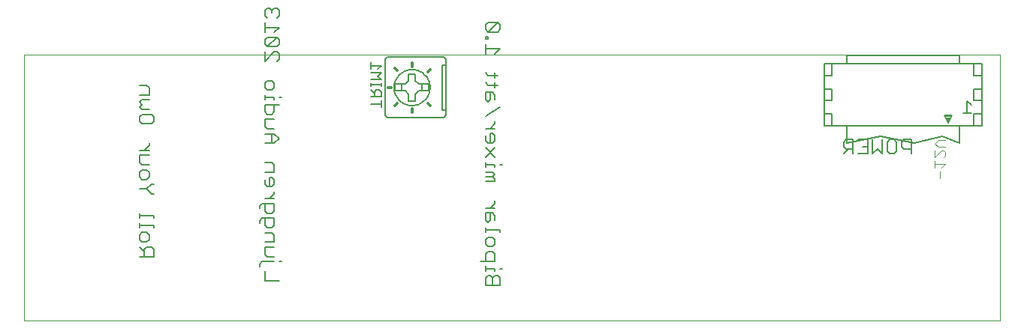
<source format=gbo>
G75*
G70*
%OFA0B0*%
%FSLAX24Y24*%
%IPPOS*%
%LPD*%
%AMOC8*
5,1,8,0,0,1.08239X$1,22.5*
%
%ADD10C,0.0000*%
%ADD11C,0.0040*%
%ADD12C,0.0060*%
%ADD13R,0.0200X0.0100*%
%ADD14R,0.0150X0.0050*%
%ADD15R,0.0100X0.0100*%
%ADD16C,0.0070*%
%ADD17C,0.0120*%
%ADD18C,0.0050*%
D10*
X000190Y000492D02*
X000190Y012303D01*
X043497Y012303D01*
X043497Y000492D01*
X000190Y000492D01*
D11*
X040616Y007280D02*
X040616Y007587D01*
X040616Y007434D02*
X041076Y007434D01*
X040922Y007280D01*
X040846Y007127D02*
X040846Y006820D01*
X040999Y007741D02*
X041076Y007818D01*
X041076Y007971D01*
X040999Y008048D01*
X040922Y008048D01*
X040616Y007741D01*
X040616Y008048D01*
X040769Y008201D02*
X040616Y008355D01*
X040769Y008508D01*
X041076Y008508D01*
X041076Y008201D02*
X040769Y008201D01*
D12*
X040956Y008681D02*
X041706Y008391D01*
X041706Y009151D01*
X042356Y009151D01*
X042356Y009681D01*
X042696Y009681D01*
X042696Y010281D01*
X042696Y010781D01*
X042356Y010781D01*
X042356Y010281D01*
X042696Y010281D01*
X042228Y010072D02*
X042048Y010252D01*
X042048Y009711D01*
X042228Y009711D02*
X041868Y009711D01*
X041376Y009611D02*
X041206Y009281D01*
X041206Y009381D01*
X041206Y009281D02*
X041036Y009611D01*
X041376Y009611D01*
X042696Y009681D02*
X042696Y009151D01*
X042356Y009151D01*
X041706Y009151D02*
X036706Y009151D01*
X036056Y009151D01*
X035706Y009151D01*
X035706Y009681D01*
X035706Y010281D01*
X035706Y010781D01*
X035706Y011381D01*
X035706Y011901D01*
X036056Y011901D01*
X036706Y011901D01*
X041706Y011901D01*
X042356Y011901D01*
X042696Y011901D01*
X042696Y011381D01*
X042696Y010781D01*
X042696Y011381D02*
X042356Y011381D01*
X042356Y011901D01*
X041706Y011901D02*
X041706Y012271D01*
X036706Y012271D01*
X036706Y011901D01*
X036056Y011901D02*
X036056Y011381D01*
X035706Y011381D01*
X035706Y010781D02*
X036056Y010781D01*
X036056Y010281D01*
X035706Y010281D01*
X035706Y009681D02*
X036056Y009681D01*
X036056Y009151D01*
X036706Y009151D02*
X036706Y008391D01*
X038206Y008681D01*
X039706Y008391D01*
X040956Y008681D01*
X021407Y007413D02*
X021301Y007413D01*
X021087Y007413D02*
X020660Y007413D01*
X020660Y007519D02*
X020660Y007306D01*
X020660Y007088D02*
X020980Y007088D01*
X021087Y006981D01*
X020980Y006875D01*
X020660Y006875D01*
X020660Y006661D02*
X021087Y006661D01*
X021087Y006768D01*
X020980Y006875D01*
X021087Y007306D02*
X021087Y007413D01*
X021087Y007735D02*
X020660Y008163D01*
X021087Y008163D02*
X020660Y007735D01*
X020767Y008380D02*
X020980Y008380D01*
X021087Y008487D01*
X021087Y008700D01*
X020980Y008807D01*
X020874Y008807D01*
X020874Y008380D01*
X020767Y008380D02*
X020660Y008487D01*
X020660Y008700D01*
X020660Y009025D02*
X021087Y009025D01*
X021087Y009238D02*
X021087Y009345D01*
X021087Y009238D02*
X020874Y009025D01*
X020660Y009562D02*
X021301Y009989D01*
X020874Y010313D02*
X020767Y010206D01*
X020660Y010313D01*
X020660Y010633D01*
X020980Y010633D01*
X021087Y010527D01*
X021087Y010313D01*
X020874Y010313D02*
X020874Y010633D01*
X021087Y010851D02*
X021087Y011064D01*
X021194Y010958D02*
X020767Y010958D01*
X020660Y011064D01*
X020767Y011387D02*
X020660Y011494D01*
X020767Y011387D02*
X021194Y011387D01*
X021087Y011280D02*
X021087Y011494D01*
X018902Y011846D02*
X018902Y011096D01*
X018902Y010596D01*
X018902Y009846D01*
X018902Y009596D01*
X018802Y009496D01*
X018152Y009496D01*
X017652Y009496D01*
X016302Y009496D01*
X016202Y009596D01*
X016202Y012096D01*
X016302Y012196D01*
X017652Y012196D01*
X018152Y012196D01*
X018802Y012196D01*
X018902Y012096D01*
X018902Y011846D01*
X018752Y011846D01*
X018752Y011246D01*
X018752Y010446D01*
X018752Y009846D01*
X018902Y009846D01*
X017552Y010246D02*
X017252Y010246D01*
X017252Y010546D01*
X017102Y010696D01*
X016952Y010696D01*
X016652Y010696D01*
X016652Y010996D01*
X016952Y010996D01*
X017102Y010996D01*
X017252Y011146D01*
X017252Y011446D01*
X017552Y011446D01*
X017552Y011146D01*
X017702Y010996D01*
X017852Y010996D01*
X018152Y010996D01*
X018152Y010696D01*
X017852Y010696D01*
X017702Y010696D01*
X017552Y010546D01*
X017552Y010246D01*
X017852Y010696D02*
X017852Y010996D01*
X016602Y010846D02*
X016604Y010902D01*
X016610Y010959D01*
X016620Y011014D01*
X016634Y011069D01*
X016651Y011123D01*
X016673Y011175D01*
X016698Y011225D01*
X016726Y011274D01*
X016758Y011321D01*
X016793Y011365D01*
X016831Y011407D01*
X016872Y011446D01*
X016916Y011481D01*
X016962Y011514D01*
X017010Y011543D01*
X017060Y011569D01*
X017112Y011592D01*
X017166Y011610D01*
X017220Y011625D01*
X017275Y011636D01*
X017331Y011643D01*
X017388Y011646D01*
X017444Y011645D01*
X017501Y011640D01*
X017556Y011631D01*
X017611Y011618D01*
X017665Y011601D01*
X017718Y011581D01*
X017769Y011557D01*
X017818Y011529D01*
X017865Y011498D01*
X017910Y011464D01*
X017953Y011426D01*
X017992Y011386D01*
X018029Y011343D01*
X018062Y011298D01*
X018092Y011250D01*
X018119Y011200D01*
X018142Y011149D01*
X018162Y011096D01*
X018178Y011042D01*
X018190Y010986D01*
X018198Y010931D01*
X018202Y010874D01*
X018202Y010818D01*
X018198Y010761D01*
X018190Y010706D01*
X018178Y010650D01*
X018162Y010596D01*
X018142Y010543D01*
X018119Y010492D01*
X018092Y010442D01*
X018062Y010394D01*
X018029Y010349D01*
X017992Y010306D01*
X017953Y010266D01*
X017910Y010228D01*
X017865Y010194D01*
X017818Y010163D01*
X017769Y010135D01*
X017718Y010111D01*
X017665Y010091D01*
X017611Y010074D01*
X017556Y010061D01*
X017501Y010052D01*
X017444Y010047D01*
X017388Y010046D01*
X017331Y010049D01*
X017275Y010056D01*
X017220Y010067D01*
X017166Y010082D01*
X017112Y010100D01*
X017060Y010123D01*
X017010Y010149D01*
X016962Y010178D01*
X016916Y010211D01*
X016872Y010246D01*
X016831Y010285D01*
X016793Y010327D01*
X016758Y010371D01*
X016726Y010418D01*
X016698Y010467D01*
X016673Y010517D01*
X016651Y010569D01*
X016634Y010623D01*
X016620Y010678D01*
X016610Y010733D01*
X016604Y010790D01*
X016602Y010846D01*
X016952Y010696D02*
X016952Y010996D01*
X020660Y012355D02*
X020660Y012782D01*
X020660Y012568D02*
X021301Y012568D01*
X021087Y012355D01*
X020767Y012999D02*
X020767Y013106D01*
X020660Y013106D01*
X020660Y012999D01*
X020767Y012999D01*
X020767Y013322D02*
X021194Y013749D01*
X020767Y013749D01*
X020660Y013642D01*
X020660Y013428D01*
X020767Y013322D01*
X021194Y013322D01*
X021301Y013428D01*
X021301Y013642D01*
X021194Y013749D01*
X011501Y013520D02*
X010860Y013520D01*
X010860Y013307D02*
X010860Y013734D01*
X010967Y013951D02*
X010860Y014058D01*
X010860Y014272D01*
X010967Y014378D01*
X011074Y014378D01*
X011180Y014272D01*
X011180Y014165D01*
X011180Y014272D02*
X011287Y014378D01*
X011394Y014378D01*
X011501Y014272D01*
X011501Y014058D01*
X011394Y013951D01*
X011501Y013520D02*
X011287Y013307D01*
X011394Y013089D02*
X010967Y013089D01*
X010860Y012982D01*
X010860Y012769D01*
X010967Y012662D01*
X011394Y013089D01*
X011501Y012982D01*
X011501Y012769D01*
X011394Y012662D01*
X010967Y012662D01*
X010860Y012445D02*
X010860Y012018D01*
X011287Y012445D01*
X011394Y012445D01*
X011501Y012338D01*
X011501Y012124D01*
X011394Y012018D01*
X011180Y011156D02*
X011287Y011049D01*
X011287Y010835D01*
X011180Y010729D01*
X010967Y010729D01*
X010860Y010835D01*
X010860Y011049D01*
X010967Y011156D01*
X011180Y011156D01*
X010860Y010512D02*
X010860Y010299D01*
X010860Y010406D02*
X011287Y010406D01*
X011287Y010299D01*
X011501Y010406D02*
X011607Y010406D01*
X011501Y010081D02*
X010860Y010081D01*
X010860Y009761D01*
X010967Y009654D01*
X011180Y009654D01*
X011287Y009761D01*
X011287Y010081D01*
X011287Y009437D02*
X010860Y009437D01*
X010860Y009116D01*
X010967Y009010D01*
X011287Y009010D01*
X011287Y008792D02*
X010860Y008792D01*
X011180Y008792D02*
X011180Y008365D01*
X011287Y008365D02*
X011501Y008579D01*
X011287Y008792D01*
X011287Y008365D02*
X010860Y008365D01*
X010860Y007503D02*
X011180Y007503D01*
X011287Y007396D01*
X011287Y007076D01*
X010860Y007076D01*
X011074Y006859D02*
X011074Y006432D01*
X011180Y006432D02*
X011287Y006538D01*
X011287Y006752D01*
X011180Y006859D01*
X011074Y006859D01*
X010860Y006752D02*
X010860Y006538D01*
X010967Y006432D01*
X011180Y006432D01*
X011287Y006215D02*
X011287Y006108D01*
X011074Y005894D01*
X011287Y005894D02*
X010860Y005894D01*
X010860Y005677D02*
X010860Y005357D01*
X010967Y005250D01*
X011180Y005250D01*
X011287Y005357D01*
X011287Y005677D01*
X010753Y005677D01*
X010646Y005570D01*
X010646Y005463D01*
X010753Y005032D02*
X011287Y005032D01*
X011287Y004712D01*
X011180Y004605D01*
X010967Y004605D01*
X010860Y004712D01*
X010860Y005032D01*
X010753Y005032D02*
X010646Y004926D01*
X010646Y004819D01*
X010860Y004388D02*
X011180Y004388D01*
X011287Y004281D01*
X011287Y003961D01*
X010860Y003961D01*
X010860Y003743D02*
X011287Y003743D01*
X010860Y003743D02*
X010860Y003423D01*
X010967Y003316D01*
X011287Y003316D01*
X011287Y003100D02*
X010753Y003100D01*
X010646Y002993D01*
X010646Y002887D01*
X010860Y002669D02*
X010860Y002242D01*
X011501Y002242D01*
X011501Y003100D02*
X011607Y003100D01*
X005941Y003322D02*
X005941Y003642D01*
X005834Y003749D01*
X005620Y003749D01*
X005514Y003642D01*
X005514Y003322D01*
X005300Y003322D02*
X005941Y003322D01*
X005514Y003535D02*
X005300Y003749D01*
X005407Y003967D02*
X005300Y004073D01*
X005300Y004287D01*
X005407Y004394D01*
X005620Y004394D01*
X005727Y004287D01*
X005727Y004073D01*
X005620Y003967D01*
X005407Y003967D01*
X005300Y004611D02*
X005300Y004825D01*
X005300Y004718D02*
X005941Y004718D01*
X005941Y004611D01*
X005941Y005041D02*
X005941Y005148D01*
X005300Y005148D01*
X005300Y005254D02*
X005300Y005041D01*
X005834Y006115D02*
X005620Y006329D01*
X005300Y006329D01*
X005620Y006329D02*
X005834Y006542D01*
X005941Y006542D01*
X005620Y006760D02*
X005407Y006760D01*
X005300Y006866D01*
X005300Y007080D01*
X005407Y007187D01*
X005620Y007187D01*
X005727Y007080D01*
X005727Y006866D01*
X005620Y006760D01*
X005834Y006115D02*
X005941Y006115D01*
X005727Y007404D02*
X005407Y007404D01*
X005300Y007511D01*
X005300Y007831D01*
X005727Y007831D01*
X005727Y008049D02*
X005300Y008049D01*
X005514Y008049D02*
X005727Y008262D01*
X005727Y008369D01*
X005834Y009230D02*
X005407Y009230D01*
X005300Y009337D01*
X005300Y009551D01*
X005407Y009657D01*
X005834Y009657D01*
X005941Y009551D01*
X005941Y009337D01*
X005834Y009230D01*
X005727Y009875D02*
X005407Y009875D01*
X005300Y009982D01*
X005407Y010088D01*
X005300Y010195D01*
X005407Y010302D01*
X005727Y010302D01*
X005727Y010519D02*
X005300Y010519D01*
X005727Y010519D02*
X005727Y010840D01*
X005620Y010946D01*
X005300Y010946D01*
X021087Y005800D02*
X021087Y005693D01*
X020874Y005480D01*
X021087Y005480D02*
X020660Y005480D01*
X020660Y005262D02*
X020660Y004942D01*
X020767Y004835D01*
X020874Y004942D01*
X020874Y005262D01*
X020980Y005262D02*
X020660Y005262D01*
X020980Y005262D02*
X021087Y005155D01*
X021087Y004942D01*
X021301Y004512D02*
X020660Y004512D01*
X020660Y004405D02*
X020660Y004619D01*
X021301Y004512D02*
X021301Y004405D01*
X020980Y004188D02*
X020767Y004188D01*
X020660Y004081D01*
X020660Y003868D01*
X020767Y003761D01*
X020980Y003761D01*
X021087Y003868D01*
X021087Y004081D01*
X020980Y004188D01*
X020980Y003543D02*
X020767Y003543D01*
X020660Y003436D01*
X020660Y003116D01*
X020446Y003116D02*
X021087Y003116D01*
X021087Y003436D01*
X020980Y003543D01*
X020660Y002900D02*
X020660Y002687D01*
X020660Y002793D02*
X021087Y002793D01*
X021087Y002687D01*
X021301Y002793D02*
X021407Y002793D01*
X021194Y002469D02*
X021087Y002469D01*
X020980Y002362D01*
X020980Y002042D01*
X020660Y002042D02*
X021301Y002042D01*
X021301Y002362D01*
X021194Y002469D01*
X020980Y002362D02*
X020874Y002469D01*
X020767Y002469D01*
X020660Y002362D01*
X020660Y002042D01*
D13*
X041206Y009491D03*
D14*
X041281Y009566D03*
X041131Y009566D03*
D15*
X041206Y009411D03*
D16*
X039559Y008528D02*
X039244Y008528D01*
X039138Y008423D01*
X039138Y008213D01*
X039244Y008108D01*
X039559Y008108D01*
X039559Y007898D02*
X039559Y008528D01*
X038914Y008423D02*
X038914Y008003D01*
X038809Y007898D01*
X038599Y007898D01*
X038494Y008003D01*
X038494Y008423D01*
X038599Y008528D01*
X038809Y008528D01*
X038914Y008423D01*
X038270Y008528D02*
X038270Y007898D01*
X038060Y008108D01*
X037849Y007898D01*
X037849Y008528D01*
X037625Y008528D02*
X037625Y007898D01*
X037205Y007898D01*
X036981Y007898D02*
X036981Y008528D01*
X036665Y008528D01*
X036560Y008423D01*
X036560Y008213D01*
X036665Y008108D01*
X036981Y008108D01*
X036770Y008108D02*
X036560Y007898D01*
X037415Y008213D02*
X037625Y008213D01*
X037625Y008528D02*
X037205Y008528D01*
D17*
X018202Y010046D02*
X018102Y010146D01*
X017402Y009906D02*
X017402Y009756D01*
X016752Y010146D02*
X016652Y010046D01*
X016482Y010846D02*
X016332Y010846D01*
X018102Y011546D02*
X018202Y011646D01*
X017402Y011786D02*
X017402Y011936D01*
X016752Y011596D02*
X016652Y011696D01*
D18*
X016028Y011811D02*
X015877Y011661D01*
X016028Y011811D02*
X015577Y011811D01*
X015577Y011661D02*
X015577Y011961D01*
X015577Y011501D02*
X016028Y011501D01*
X015877Y011351D01*
X016028Y011200D01*
X015577Y011200D01*
X015577Y011044D02*
X015577Y010894D01*
X015577Y010969D02*
X016028Y010969D01*
X016028Y010894D02*
X016028Y011044D01*
X015953Y010733D02*
X015802Y010733D01*
X015727Y010658D01*
X015727Y010433D01*
X015577Y010433D02*
X016028Y010433D01*
X016028Y010658D01*
X015953Y010733D01*
X015727Y010583D02*
X015577Y010733D01*
X016028Y010273D02*
X016028Y009973D01*
X016028Y010123D02*
X015577Y010123D01*
M02*

</source>
